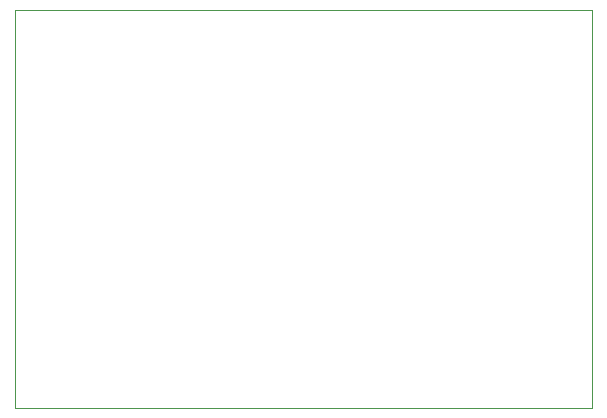
<source format=gm1>
G04 #@! TF.GenerationSoftware,KiCad,Pcbnew,(5.1.9)-1*
G04 #@! TF.CreationDate,2021-04-10T16:29:17+02:00*
G04 #@! TF.ProjectId,eerste_versie,65657273-7465-45f7-9665-727369652e6b,rev?*
G04 #@! TF.SameCoordinates,Original*
G04 #@! TF.FileFunction,Profile,NP*
%FSLAX46Y46*%
G04 Gerber Fmt 4.6, Leading zero omitted, Abs format (unit mm)*
G04 Created by KiCad (PCBNEW (5.1.9)-1) date 2021-04-10 16:29:17*
%MOMM*%
%LPD*%
G01*
G04 APERTURE LIST*
G04 #@! TA.AperFunction,Profile*
%ADD10C,0.050000*%
G04 #@! TD*
G04 APERTURE END LIST*
D10*
X116840000Y-138430000D02*
X110490000Y-138430000D01*
X110490000Y-104775000D02*
X116840000Y-104775000D01*
X110490000Y-105410000D02*
X110490000Y-104775000D01*
X158115000Y-138430000D02*
X159385000Y-138430000D01*
X158115000Y-104775000D02*
X159385000Y-104775000D01*
X159385000Y-138430000D02*
X159385000Y-104775000D01*
X157480000Y-138430000D02*
X158115000Y-138430000D01*
X157480000Y-104775000D02*
X158115000Y-104775000D01*
X116840000Y-104775000D02*
X154940000Y-104775000D01*
X154940000Y-138430000D02*
X157480000Y-138430000D01*
X154940000Y-104775000D02*
X157480000Y-104775000D01*
X110490000Y-138430000D02*
X110490000Y-105410000D01*
X154940000Y-138430000D02*
X116840000Y-138430000D01*
M02*

</source>
